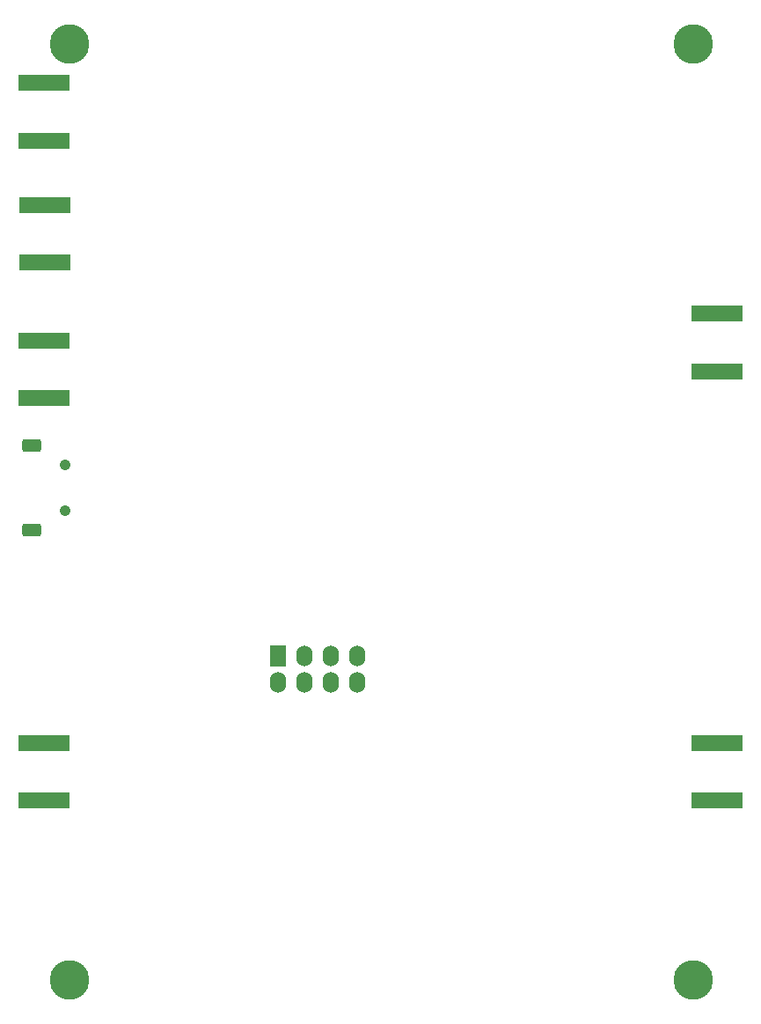
<source format=gbr>
%TF.GenerationSoftware,Altium Limited,Altium Designer,20.2.4 (192)*%
G04 Layer_Color=255*
%FSLAX25Y25*%
%MOIN*%
%TF.SameCoordinates,DD73C85C-3220-4851-94E8-9B28512026BA*%
%TF.FilePolarity,Positive*%
%TF.FileFunction,Pads,Bot*%
%TF.Part,Single*%
G01*
G75*
%TA.AperFunction,ConnectorPad*%
%ADD54R,0.19685X0.06299*%
%TA.AperFunction,ComponentPad*%
G04:AMPARAMS|DCode=108|XSize=74.8mil|YSize=49.21mil|CornerRadius=12.3mil|HoleSize=0mil|Usage=FLASHONLY|Rotation=0.000|XOffset=0mil|YOffset=0mil|HoleType=Round|Shape=RoundedRectangle|*
%AMROUNDEDRECTD108*
21,1,0.07480,0.02461,0,0,0.0*
21,1,0.05020,0.04921,0,0,0.0*
1,1,0.02461,0.02510,-0.01230*
1,1,0.02461,-0.02510,-0.01230*
1,1,0.02461,-0.02510,0.01230*
1,1,0.02461,0.02510,0.01230*
%
%ADD108ROUNDEDRECTD108*%
%ADD109C,0.04134*%
%ADD110C,0.14961*%
%ADD111R,0.06000X0.08000*%
%ADD112O,0.06000X0.08000*%
D54*
X265118Y87520D02*
D03*
Y109331D02*
D03*
X10079Y261693D02*
D03*
Y239882D02*
D03*
X10258Y313126D02*
D03*
Y291315D02*
D03*
X265118Y250118D02*
D03*
Y271929D02*
D03*
X10079Y359269D02*
D03*
Y337458D02*
D03*
Y109331D02*
D03*
Y87520D02*
D03*
D108*
X5474Y189883D02*
D03*
Y222087D02*
D03*
D109*
X17994Y214745D02*
D03*
X17994Y197225D02*
D03*
D110*
X255906Y19685D02*
D03*
X19685D02*
D03*
X255906Y374016D02*
D03*
X19685D02*
D03*
D111*
X98779Y142358D02*
D03*
D112*
Y132358D02*
D03*
X108780Y142358D02*
D03*
Y132358D02*
D03*
X118780Y142358D02*
D03*
Y132358D02*
D03*
X128779Y142358D02*
D03*
Y132358D02*
D03*
%TF.MD5,a49e1738e870cae33dc427998267999b*%
M02*

</source>
